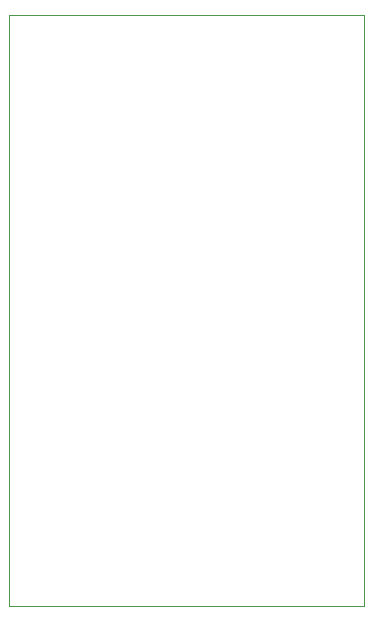
<source format=gbr>
%TF.GenerationSoftware,KiCad,Pcbnew,(6.0.1)*%
%TF.CreationDate,2022-02-11T18:33:40+00:00*%
%TF.ProjectId,Relay_RF_G2RL,52656c61-795f-4524-965f-4732524c2e6b,rev?*%
%TF.SameCoordinates,Original*%
%TF.FileFunction,Profile,NP*%
%FSLAX46Y46*%
G04 Gerber Fmt 4.6, Leading zero omitted, Abs format (unit mm)*
G04 Created by KiCad (PCBNEW (6.0.1)) date 2022-02-11 18:33:40*
%MOMM*%
%LPD*%
G01*
G04 APERTURE LIST*
%TA.AperFunction,Profile*%
%ADD10C,0.100000*%
%TD*%
G04 APERTURE END LIST*
D10*
X130000000Y-150000000D02*
X100000000Y-150000000D01*
X100000000Y-100000000D02*
X130000000Y-100000000D01*
X130000000Y-100000000D02*
X130000000Y-150000000D01*
X100000000Y-150000000D02*
X100000000Y-100000000D01*
M02*

</source>
